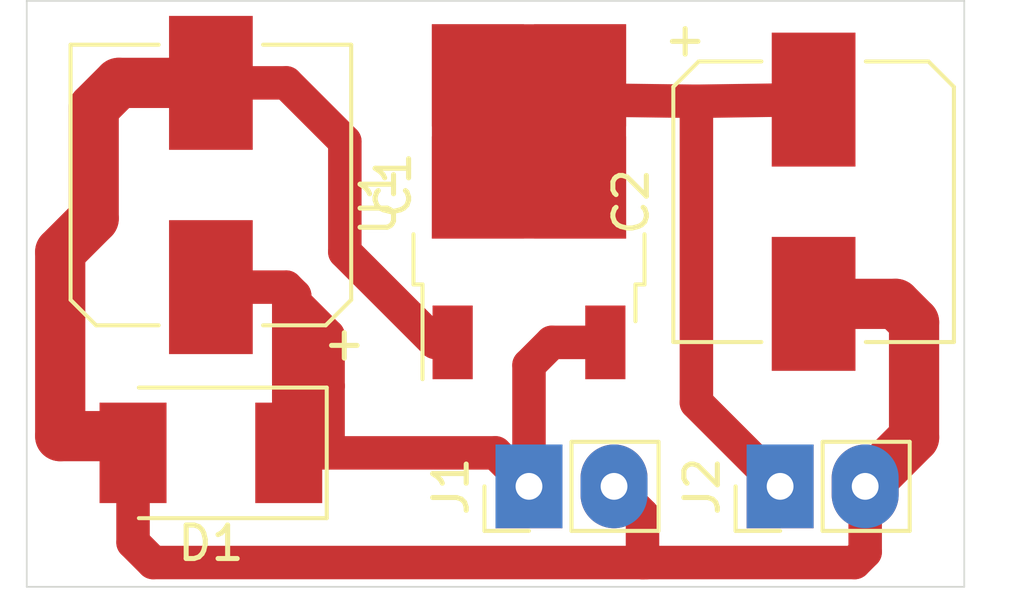
<source format=kicad_pcb>
(kicad_pcb (version 20171130) (host pcbnew "(5.1.5)-3")

  (general
    (thickness 1.6)
    (drawings 4)
    (tracks 51)
    (zones 0)
    (modules 6)
    (nets 4)
  )

  (page A4)
  (layers
    (0 F.Cu signal)
    (31 B.Cu signal)
    (32 B.Adhes user)
    (33 F.Adhes user)
    (34 B.Paste user)
    (35 F.Paste user)
    (36 B.SilkS user)
    (37 F.SilkS user)
    (38 B.Mask user)
    (39 F.Mask user)
    (40 Dwgs.User user)
    (41 Cmts.User user)
    (42 Eco1.User user)
    (43 Eco2.User user)
    (44 Edge.Cuts user)
    (45 Margin user)
    (46 B.CrtYd user)
    (47 F.CrtYd user)
    (48 B.Fab user)
    (49 F.Fab user)
  )

  (setup
    (last_trace_width 0.25)
    (user_trace_width 1)
    (user_trace_width 1.5)
    (user_trace_width 2)
    (user_trace_width 2.5)
    (trace_clearance 0.2)
    (zone_clearance 0.508)
    (zone_45_only no)
    (trace_min 0.2)
    (via_size 0.8)
    (via_drill 0.4)
    (via_min_size 0.4)
    (via_min_drill 0.3)
    (user_via 1 0.8)
    (user_via 1.5 0.8)
    (user_via 2 0.8)
    (uvia_size 0.3)
    (uvia_drill 0.1)
    (uvias_allowed no)
    (uvia_min_size 0.2)
    (uvia_min_drill 0.1)
    (edge_width 0.05)
    (segment_width 0.2)
    (pcb_text_width 0.3)
    (pcb_text_size 1.5 1.5)
    (mod_edge_width 0.12)
    (mod_text_size 1 1)
    (mod_text_width 0.15)
    (pad_size 2.5 2)
    (pad_drill 0.8)
    (pad_to_mask_clearance 0.051)
    (solder_mask_min_width 0.25)
    (aux_axis_origin 0 0)
    (visible_elements 7FFFFFFF)
    (pcbplotparams
      (layerselection 0x010fc_ffffffff)
      (usegerberextensions false)
      (usegerberattributes false)
      (usegerberadvancedattributes false)
      (creategerberjobfile false)
      (excludeedgelayer true)
      (linewidth 0.100000)
      (plotframeref false)
      (viasonmask false)
      (mode 1)
      (useauxorigin false)
      (hpglpennumber 1)
      (hpglpenspeed 20)
      (hpglpendiameter 15.000000)
      (psnegative false)
      (psa4output false)
      (plotreference true)
      (plotvalue true)
      (plotinvisibletext false)
      (padsonsilk false)
      (subtractmaskfromsilk false)
      (outputformat 1)
      (mirror false)
      (drillshape 0)
      (scaleselection 1)
      (outputdirectory "Gerber/"))
  )

  (net 0 "")
  (net 1 +5V)
  (net 2 GND)
  (net 3 "Net-(C2-Pad1)")

  (net_class Default "This is the default net class."
    (clearance 0.2)
    (trace_width 0.25)
    (via_dia 0.8)
    (via_drill 0.4)
    (uvia_dia 0.3)
    (uvia_drill 0.1)
    (add_net +5V)
    (add_net GND)
    (add_net "Net-(C2-Pad1)")
  )

  (module TO_SOT_Packages_SMD:TO-252-2 (layer F.Cu) (tedit 590079C0) (tstamp 5E8A2671)
    (at 151.5 84 90)
    (descr "TO-252 / DPAK SMD package, http://www.infineon.com/cms/en/product/packages/PG-TO252/PG-TO252-3-1/")
    (tags "DPAK TO-252 DPAK-3 TO-252-3 SOT-428")
    (path /5E8B60D3)
    (attr smd)
    (fp_text reference U1 (at 0 -4.5 90) (layer F.SilkS)
      (effects (font (size 1 1) (thickness 0.15)))
    )
    (fp_text value LM1117-3.3 (at 0 4.5 90) (layer F.Fab)
      (effects (font (size 1 1) (thickness 0.15)))
    )
    (fp_line (start 3.95 -2.7) (end 4.95 -2.7) (layer F.Fab) (width 0.1))
    (fp_line (start 4.95 -2.7) (end 4.95 2.7) (layer F.Fab) (width 0.1))
    (fp_line (start 4.95 2.7) (end 3.95 2.7) (layer F.Fab) (width 0.1))
    (fp_line (start 3.95 -3.25) (end 3.95 3.25) (layer F.Fab) (width 0.1))
    (fp_line (start 3.95 3.25) (end -2.27 3.25) (layer F.Fab) (width 0.1))
    (fp_line (start -2.27 3.25) (end -2.27 -2.25) (layer F.Fab) (width 0.1))
    (fp_line (start -2.27 -2.25) (end -1.27 -3.25) (layer F.Fab) (width 0.1))
    (fp_line (start -1.27 -3.25) (end 3.95 -3.25) (layer F.Fab) (width 0.1))
    (fp_line (start -1.865 -2.655) (end -4.97 -2.655) (layer F.Fab) (width 0.1))
    (fp_line (start -4.97 -2.655) (end -4.97 -1.905) (layer F.Fab) (width 0.1))
    (fp_line (start -4.97 -1.905) (end -2.27 -1.905) (layer F.Fab) (width 0.1))
    (fp_line (start -2.27 1.905) (end -4.97 1.905) (layer F.Fab) (width 0.1))
    (fp_line (start -4.97 1.905) (end -4.97 2.655) (layer F.Fab) (width 0.1))
    (fp_line (start -4.97 2.655) (end -2.27 2.655) (layer F.Fab) (width 0.1))
    (fp_line (start -0.97 -3.45) (end -2.47 -3.45) (layer F.SilkS) (width 0.12))
    (fp_line (start -2.47 -3.45) (end -2.47 -3.18) (layer F.SilkS) (width 0.12))
    (fp_line (start -2.47 -3.18) (end -5.3 -3.18) (layer F.SilkS) (width 0.12))
    (fp_line (start -0.97 3.45) (end -2.47 3.45) (layer F.SilkS) (width 0.12))
    (fp_line (start -2.47 3.45) (end -2.47 3.18) (layer F.SilkS) (width 0.12))
    (fp_line (start -2.47 3.18) (end -3.57 3.18) (layer F.SilkS) (width 0.12))
    (fp_line (start -5.55 -3.5) (end -5.55 3.5) (layer F.CrtYd) (width 0.05))
    (fp_line (start -5.55 3.5) (end 5.55 3.5) (layer F.CrtYd) (width 0.05))
    (fp_line (start 5.55 3.5) (end 5.55 -3.5) (layer F.CrtYd) (width 0.05))
    (fp_line (start 5.55 -3.5) (end -5.55 -3.5) (layer F.CrtYd) (width 0.05))
    (fp_text user %R (at 0 0 90) (layer F.Fab)
      (effects (font (size 1 1) (thickness 0.15)))
    )
    (pad 1 smd rect (at -4.2 -2.28 90) (size 2.2 1.2) (layers F.Cu F.Paste F.Mask)
      (net 2 GND))
    (pad 3 smd rect (at -4.2 2.28 90) (size 2.2 1.2) (layers F.Cu F.Paste F.Mask)
      (net 1 +5V))
    (pad 2 smd rect (at 2.1 0 90) (size 6.4 5.8) (layers F.Cu F.Mask)
      (net 3 "Net-(C2-Pad1)"))
    (pad 2 smd rect (at 3.775 1.525 90) (size 3.05 2.75) (layers F.Cu F.Paste)
      (net 3 "Net-(C2-Pad1)"))
    (pad 2 smd rect (at 0.425 -1.525 90) (size 3.05 2.75) (layers F.Cu F.Paste)
      (net 3 "Net-(C2-Pad1)"))
    (pad 2 smd rect (at 3.775 -1.525 90) (size 3.05 2.75) (layers F.Cu F.Paste)
      (net 3 "Net-(C2-Pad1)"))
    (pad 2 smd rect (at 0.425 1.525 90) (size 3.05 2.75) (layers F.Cu F.Paste)
      (net 3 "Net-(C2-Pad1)"))
    (model ${KISYS3DMOD}/TO_SOT_Packages_SMD.3dshapes/TO-252-2.wrl
      (at (xyz 0 0 0))
      (scale (xyz 1 1 1))
      (rotate (xyz 0 0 0))
    )
  )

  (module Socket_Strips:Socket_Strip_Straight_1x02_Pitch2.54mm (layer F.Cu) (tedit 5E8A30FB) (tstamp 5E8A2B66)
    (at 159 92.5 90)
    (descr "Through hole straight socket strip, 1x02, 2.54mm pitch, single row")
    (tags "Through hole socket strip THT 1x02 2.54mm single row")
    (path /5E8B9713)
    (fp_text reference J2 (at 0 -2.33 90) (layer F.SilkS)
      (effects (font (size 1 1) (thickness 0.15)))
    )
    (fp_text value 3.3V_DC (at 0 4.87 90) (layer F.Fab)
      (effects (font (size 1 1) (thickness 0.15)))
    )
    (fp_line (start -1.27 -1.27) (end -1.27 3.81) (layer F.Fab) (width 0.1))
    (fp_line (start -1.27 3.81) (end 1.27 3.81) (layer F.Fab) (width 0.1))
    (fp_line (start 1.27 3.81) (end 1.27 -1.27) (layer F.Fab) (width 0.1))
    (fp_line (start 1.27 -1.27) (end -1.27 -1.27) (layer F.Fab) (width 0.1))
    (fp_line (start -1.33 1.27) (end -1.33 3.87) (layer F.SilkS) (width 0.12))
    (fp_line (start -1.33 3.87) (end 1.33 3.87) (layer F.SilkS) (width 0.12))
    (fp_line (start 1.33 3.87) (end 1.33 1.27) (layer F.SilkS) (width 0.12))
    (fp_line (start 1.33 1.27) (end -1.33 1.27) (layer F.SilkS) (width 0.12))
    (fp_line (start -1.33 0) (end -1.33 -1.33) (layer F.SilkS) (width 0.12))
    (fp_line (start -1.33 -1.33) (end 0 -1.33) (layer F.SilkS) (width 0.12))
    (fp_line (start -1.8 -1.8) (end -1.8 4.35) (layer F.CrtYd) (width 0.05))
    (fp_line (start -1.8 4.35) (end 1.8 4.35) (layer F.CrtYd) (width 0.05))
    (fp_line (start 1.8 4.35) (end 1.8 -1.8) (layer F.CrtYd) (width 0.05))
    (fp_line (start 1.8 -1.8) (end -1.8 -1.8) (layer F.CrtYd) (width 0.05))
    (fp_text user %R (at 0 -2.33 90) (layer F.Fab)
      (effects (font (size 1 1) (thickness 0.15)))
    )
    (pad 1 thru_hole rect (at 0 0 90) (size 2.5 2) (drill 0.8) (layers *.Cu *.Mask)
      (net 3 "Net-(C2-Pad1)"))
    (pad 2 thru_hole oval (at 0 2.54 90) (size 2.5 2) (drill 0.8) (layers *.Cu *.Mask)
      (net 2 GND))
    (model ${KISYS3DMOD}/Socket_Strips.3dshapes/Socket_Strip_Straight_1x02_Pitch2.54mm.wrl
      (offset (xyz 0 -1.269999980926514 0))
      (scale (xyz 1 1 1))
      (rotate (xyz 0 0 270))
    )
  )

  (module Socket_Strips:Socket_Strip_Straight_1x02_Pitch2.54mm (layer F.Cu) (tedit 5E8A30DF) (tstamp 5E8A2BDF)
    (at 151.5 92.5 90)
    (descr "Through hole straight socket strip, 1x02, 2.54mm pitch, single row")
    (tags "Through hole socket strip THT 1x02 2.54mm single row")
    (path /5E8B914C)
    (fp_text reference J1 (at 0 -2.33 90) (layer F.SilkS)
      (effects (font (size 1 1) (thickness 0.15)))
    )
    (fp_text value 5V_DV (at 0 4.87 90) (layer F.Fab)
      (effects (font (size 1 1) (thickness 0.15)))
    )
    (fp_line (start -1.27 -1.27) (end -1.27 3.81) (layer F.Fab) (width 0.1))
    (fp_line (start -1.27 3.81) (end 1.27 3.81) (layer F.Fab) (width 0.1))
    (fp_line (start 1.27 3.81) (end 1.27 -1.27) (layer F.Fab) (width 0.1))
    (fp_line (start 1.27 -1.27) (end -1.27 -1.27) (layer F.Fab) (width 0.1))
    (fp_line (start -1.33 1.27) (end -1.33 3.87) (layer F.SilkS) (width 0.12))
    (fp_line (start -1.33 3.87) (end 1.33 3.87) (layer F.SilkS) (width 0.12))
    (fp_line (start 1.33 3.87) (end 1.33 1.27) (layer F.SilkS) (width 0.12))
    (fp_line (start 1.33 1.27) (end -1.33 1.27) (layer F.SilkS) (width 0.12))
    (fp_line (start -1.33 0) (end -1.33 -1.33) (layer F.SilkS) (width 0.12))
    (fp_line (start -1.33 -1.33) (end 0 -1.33) (layer F.SilkS) (width 0.12))
    (fp_line (start -1.8 -1.8) (end -1.8 4.35) (layer F.CrtYd) (width 0.05))
    (fp_line (start -1.8 4.35) (end 1.8 4.35) (layer F.CrtYd) (width 0.05))
    (fp_line (start 1.8 4.35) (end 1.8 -1.8) (layer F.CrtYd) (width 0.05))
    (fp_line (start 1.8 -1.8) (end -1.8 -1.8) (layer F.CrtYd) (width 0.05))
    (fp_text user %R (at 0 -2.33 90) (layer F.Fab)
      (effects (font (size 1 1) (thickness 0.15)))
    )
    (pad 1 thru_hole rect (at 0 0 90) (size 2.5 2) (drill 0.8) (layers *.Cu *.Mask)
      (net 1 +5V))
    (pad 2 thru_hole oval (at 0 2.54 90) (size 2.5 2) (drill 0.8) (layers *.Cu *.Mask)
      (net 2 GND))
    (model ${KISYS3DMOD}/Socket_Strips.3dshapes/Socket_Strip_Straight_1x02_Pitch2.54mm.wrl
      (offset (xyz 0 -1.269999980926514 0))
      (scale (xyz 1 1 1))
      (rotate (xyz 0 0 270))
    )
  )

  (module Diodes_SMD:D_2114 (layer F.Cu) (tedit 590CF38C) (tstamp 5E8A2668)
    (at 142 91.5 180)
    (descr "Diode SMD 2114, reflow soldering http://datasheets.avx.com/schottky.pdf")
    (tags "Diode 2114")
    (path /5E8B8763)
    (attr smd)
    (fp_text reference D1 (at 0 -2.7) (layer F.SilkS)
      (effects (font (size 1 1) (thickness 0.15)))
    )
    (fp_text value D (at 0 2.8) (layer F.Fab)
      (effects (font (size 1 1) (thickness 0.15)))
    )
    (fp_text user %R (at 0 -2.7) (layer F.Fab)
      (effects (font (size 1 1) (thickness 0.15)))
    )
    (fp_line (start -3.46 -1.95) (end -3.46 1.95) (layer F.SilkS) (width 0.12))
    (fp_line (start -2.6 1.8) (end -2.6 -1.8) (layer F.Fab) (width 0.1))
    (fp_line (start 2.6 -1.8) (end -2.6 -1.8) (layer F.Fab) (width 0.1))
    (fp_line (start -3.61 -2.1) (end 3.61 -2.1) (layer F.CrtYd) (width 0.05))
    (fp_line (start 3.61 -2.1) (end 3.61 2.1) (layer F.CrtYd) (width 0.05))
    (fp_line (start 3.61 2.1) (end -3.61 2.1) (layer F.CrtYd) (width 0.05))
    (fp_line (start -3.61 2.1) (end -3.61 -2.1) (layer F.CrtYd) (width 0.05))
    (fp_line (start -0.64944 0.00102) (end -1.55114 0.00102) (layer F.Fab) (width 0.1))
    (fp_line (start 0.50118 0.00102) (end 1.4994 0.00102) (layer F.Fab) (width 0.1))
    (fp_line (start -0.64944 -0.79908) (end -0.64944 0.80112) (layer F.Fab) (width 0.1))
    (fp_line (start 0.50118 0.75032) (end 0.50118 -0.79908) (layer F.Fab) (width 0.1))
    (fp_line (start -0.64944 0.00102) (end 0.50118 0.75032) (layer F.Fab) (width 0.1))
    (fp_line (start -0.64944 0.00102) (end 0.50118 -0.79908) (layer F.Fab) (width 0.1))
    (fp_line (start -3.46 1.95) (end 2.15 1.95) (layer F.SilkS) (width 0.12))
    (fp_line (start -3.46 -1.95) (end 2.15 -1.95) (layer F.SilkS) (width 0.12))
    (fp_line (start 2.6 1.8) (end -2.6 1.8) (layer F.Fab) (width 0.1))
    (fp_line (start 2.6 1.8) (end 2.6 -1.8) (layer F.Fab) (width 0.1))
    (pad 1 smd rect (at -2.325 0 180) (size 2 3) (layers F.Cu F.Paste F.Mask)
      (net 1 +5V))
    (pad 2 smd rect (at 2.325 0 180) (size 2 3) (layers F.Cu F.Paste F.Mask)
      (net 2 GND))
    (model ${KISYS3DMOD}/Diodes_SMD.3dshapes/D_2114.wrl
      (at (xyz 0 0 0))
      (scale (xyz 1 1 1))
      (rotate (xyz 0 0 0))
    )
  )

  (module Capacitors_SMD:CP_Elec_8x6.5 (layer F.Cu) (tedit 58AA8B9D) (tstamp 5E8A2665)
    (at 160 84 270)
    (descr "SMT capacitor, aluminium electrolytic, 8x6.5")
    (path /5E8B7FA8)
    (attr smd)
    (fp_text reference C2 (at 0 5.45 90) (layer F.SilkS)
      (effects (font (size 1 1) (thickness 0.15)))
    )
    (fp_text value CP_Small (at 0 -5.45 90) (layer F.Fab)
      (effects (font (size 1 1) (thickness 0.15)))
    )
    (fp_circle (center 0 0) (end 0.9 3.8) (layer F.Fab) (width 0.1))
    (fp_text user + (at -1.94 -0.06 90) (layer F.Fab)
      (effects (font (size 1 1) (thickness 0.15)))
    )
    (fp_text user + (at -4.79 3.91 90) (layer F.SilkS)
      (effects (font (size 1 1) (thickness 0.15)))
    )
    (fp_text user %R (at 0 5.45 90) (layer F.Fab)
      (effects (font (size 1 1) (thickness 0.15)))
    )
    (fp_line (start -4.19 -3.43) (end -4.19 -1.56) (layer F.SilkS) (width 0.12))
    (fp_line (start -4.19 3.43) (end -4.19 1.56) (layer F.SilkS) (width 0.12))
    (fp_line (start 4.19 4.19) (end 4.19 1.56) (layer F.SilkS) (width 0.12))
    (fp_line (start 4.19 -4.19) (end 4.19 -1.56) (layer F.SilkS) (width 0.12))
    (fp_line (start 4.04 4.04) (end 4.04 -4.04) (layer F.Fab) (width 0.1))
    (fp_line (start -3.37 4.04) (end 4.04 4.04) (layer F.Fab) (width 0.1))
    (fp_line (start -4.04 3.37) (end -3.37 4.04) (layer F.Fab) (width 0.1))
    (fp_line (start -4.04 -3.37) (end -4.04 3.37) (layer F.Fab) (width 0.1))
    (fp_line (start -3.37 -4.04) (end -4.04 -3.37) (layer F.Fab) (width 0.1))
    (fp_line (start 4.04 -4.04) (end -3.37 -4.04) (layer F.Fab) (width 0.1))
    (fp_line (start 4.19 4.19) (end -3.43 4.19) (layer F.SilkS) (width 0.12))
    (fp_line (start -3.43 4.19) (end -4.19 3.43) (layer F.SilkS) (width 0.12))
    (fp_line (start -4.19 -3.43) (end -3.43 -4.19) (layer F.SilkS) (width 0.12))
    (fp_line (start -3.43 -4.19) (end 4.19 -4.19) (layer F.SilkS) (width 0.12))
    (fp_line (start -5.3 -4.29) (end 5.3 -4.29) (layer F.CrtYd) (width 0.05))
    (fp_line (start -5.3 -4.29) (end -5.3 4.29) (layer F.CrtYd) (width 0.05))
    (fp_line (start 5.3 4.29) (end 5.3 -4.29) (layer F.CrtYd) (width 0.05))
    (fp_line (start 5.3 4.29) (end -5.3 4.29) (layer F.CrtYd) (width 0.05))
    (pad 1 smd rect (at -3.05 0 90) (size 4 2.5) (layers F.Cu F.Paste F.Mask)
      (net 3 "Net-(C2-Pad1)"))
    (pad 2 smd rect (at 3.05 0 90) (size 4 2.5) (layers F.Cu F.Paste F.Mask)
      (net 2 GND))
    (model Capacitors_SMD.3dshapes/CP_Elec_8x6.5.wrl
      (at (xyz 0 0 0))
      (scale (xyz 1 1 1))
      (rotate (xyz 0 0 180))
    )
  )

  (module Capacitors_SMD:CP_Elec_8x6.5 (layer F.Cu) (tedit 58AA8B9D) (tstamp 5E8A2662)
    (at 142 83.5 90)
    (descr "SMT capacitor, aluminium electrolytic, 8x6.5")
    (path /5E8B679B)
    (attr smd)
    (fp_text reference C1 (at 0 5.45 90) (layer F.SilkS)
      (effects (font (size 1 1) (thickness 0.15)))
    )
    (fp_text value CP_Small (at 0 -5.45 90) (layer F.Fab)
      (effects (font (size 1 1) (thickness 0.15)))
    )
    (fp_circle (center 0 0) (end 0.9 3.8) (layer F.Fab) (width 0.1))
    (fp_text user + (at -1.94 -0.06 90) (layer F.Fab)
      (effects (font (size 1 1) (thickness 0.15)))
    )
    (fp_text user + (at -4.79 3.91 90) (layer F.SilkS)
      (effects (font (size 1 1) (thickness 0.15)))
    )
    (fp_text user %R (at 0 5.45 90) (layer F.Fab)
      (effects (font (size 1 1) (thickness 0.15)))
    )
    (fp_line (start -4.19 -3.43) (end -4.19 -1.56) (layer F.SilkS) (width 0.12))
    (fp_line (start -4.19 3.43) (end -4.19 1.56) (layer F.SilkS) (width 0.12))
    (fp_line (start 4.19 4.19) (end 4.19 1.56) (layer F.SilkS) (width 0.12))
    (fp_line (start 4.19 -4.19) (end 4.19 -1.56) (layer F.SilkS) (width 0.12))
    (fp_line (start 4.04 4.04) (end 4.04 -4.04) (layer F.Fab) (width 0.1))
    (fp_line (start -3.37 4.04) (end 4.04 4.04) (layer F.Fab) (width 0.1))
    (fp_line (start -4.04 3.37) (end -3.37 4.04) (layer F.Fab) (width 0.1))
    (fp_line (start -4.04 -3.37) (end -4.04 3.37) (layer F.Fab) (width 0.1))
    (fp_line (start -3.37 -4.04) (end -4.04 -3.37) (layer F.Fab) (width 0.1))
    (fp_line (start 4.04 -4.04) (end -3.37 -4.04) (layer F.Fab) (width 0.1))
    (fp_line (start 4.19 4.19) (end -3.43 4.19) (layer F.SilkS) (width 0.12))
    (fp_line (start -3.43 4.19) (end -4.19 3.43) (layer F.SilkS) (width 0.12))
    (fp_line (start -4.19 -3.43) (end -3.43 -4.19) (layer F.SilkS) (width 0.12))
    (fp_line (start -3.43 -4.19) (end 4.19 -4.19) (layer F.SilkS) (width 0.12))
    (fp_line (start -5.3 -4.29) (end 5.3 -4.29) (layer F.CrtYd) (width 0.05))
    (fp_line (start -5.3 -4.29) (end -5.3 4.29) (layer F.CrtYd) (width 0.05))
    (fp_line (start 5.3 4.29) (end 5.3 -4.29) (layer F.CrtYd) (width 0.05))
    (fp_line (start 5.3 4.29) (end -5.3 4.29) (layer F.CrtYd) (width 0.05))
    (pad 1 smd rect (at -3.05 0 270) (size 4 2.5) (layers F.Cu F.Paste F.Mask)
      (net 1 +5V))
    (pad 2 smd rect (at 3.05 0 270) (size 4 2.5) (layers F.Cu F.Paste F.Mask)
      (net 2 GND))
    (model Capacitors_SMD.3dshapes/CP_Elec_8x6.5.wrl
      (at (xyz 0 0 0))
      (scale (xyz 1 1 1))
      (rotate (xyz 0 0 180))
    )
  )

  (gr_line (start 136.5 95.5) (end 136.5 78) (layer Edge.Cuts) (width 0.05) (tstamp 5E8A2B12))
  (gr_line (start 164.5 95.5) (end 136.5 95.5) (layer Edge.Cuts) (width 0.05))
  (gr_line (start 164.5 78) (end 164.5 95.5) (layer Edge.Cuts) (width 0.05))
  (gr_line (start 136.5 78) (end 164.5 78) (layer Edge.Cuts) (width 0.05))

  (segment (start 150.5 91.5) (end 151.5 92.5) (width 1) (layer F.Cu) (net 1))
  (segment (start 144.25 86.55) (end 144.5 86.8) (width 1) (layer F.Cu) (net 1))
  (segment (start 142 86.55) (end 144.25 86.55) (width 1) (layer F.Cu) (net 1))
  (segment (start 144.5 86.8) (end 144.325 86.975) (width 1) (layer F.Cu) (net 1))
  (segment (start 144.5 86.8) (end 144.5 87) (width 1) (layer F.Cu) (net 1))
  (segment (start 144.5 87) (end 145.5 88) (width 1) (layer F.Cu) (net 1))
  (segment (start 144.325 91.5) (end 145.5 91.5) (width 1) (layer F.Cu) (net 1))
  (segment (start 145.5 91.5) (end 150.5 91.5) (width 1) (layer F.Cu) (net 1))
  (segment (start 144.325 88.675) (end 145.175 88.675) (width 1) (layer F.Cu) (net 1))
  (segment (start 144.325 86.975) (end 144.325 88.675) (width 1) (layer F.Cu) (net 1))
  (segment (start 145.5 88.35) (end 145.175 88.675) (width 1) (layer F.Cu) (net 1))
  (segment (start 145.5 88) (end 145.5 88.35) (width 1) (layer F.Cu) (net 1))
  (segment (start 144.325 88.675) (end 145 88) (width 1) (layer F.Cu) (net 1))
  (segment (start 144.325 90.675) (end 145.5 89.5) (width 1) (layer F.Cu) (net 1))
  (segment (start 145.5 88) (end 145.5 89.5) (width 1) (layer F.Cu) (net 1))
  (segment (start 144.325 91.5) (end 144.325 90.675) (width 1) (layer F.Cu) (net 1))
  (segment (start 145.5 89.5) (end 145.5 91.5) (width 1) (layer F.Cu) (net 1))
  (segment (start 144.325 88.675) (end 144.325 91.5) (width 1) (layer F.Cu) (net 1))
  (segment (start 145.175 88.675) (end 145.175 89.325) (width 1) (layer F.Cu) (net 1))
  (segment (start 152.18 88.2) (end 153.78 88.2) (width 1) (layer F.Cu) (net 1))
  (segment (start 151.5 88.88) (end 152.18 88.2) (width 1) (layer F.Cu) (net 1))
  (segment (start 151.5 92.5) (end 151.5 88.88) (width 1) (layer F.Cu) (net 1))
  (segment (start 137.5 91) (end 139.175 91) (width 1.5) (layer F.Cu) (net 2))
  (segment (start 139.25 80.45) (end 138.5 81.2) (width 1.5) (layer F.Cu) (net 2))
  (segment (start 139.175 91) (end 139.675 91.5) (width 1.5) (layer F.Cu) (net 2))
  (segment (start 137.5 85.5) (end 137.5 91) (width 1.5) (layer F.Cu) (net 2))
  (segment (start 142 80.45) (end 139.25 80.45) (width 1.5) (layer F.Cu) (net 2))
  (segment (start 138.5 81.2) (end 138.5 84.5) (width 1.5) (layer F.Cu) (net 2))
  (segment (start 138.5 84.5) (end 137.5 85.5) (width 1.5) (layer F.Cu) (net 2))
  (segment (start 160 87.05) (end 162.45 87.05) (width 1.5) (layer F.Cu) (net 2))
  (segment (start 162.45 87.05) (end 163 87.6) (width 1.5) (layer F.Cu) (net 2))
  (segment (start 163 91.04) (end 161.54 92.5) (width 1.5) (layer F.Cu) (net 2))
  (segment (start 163 87.6) (end 163 91.04) (width 1.5) (layer F.Cu) (net 2))
  (segment (start 161.54 92.5) (end 161.54 94.46) (width 1) (layer F.Cu) (net 2))
  (segment (start 161.54 94.46) (end 161.22501 94.77499) (width 1) (layer F.Cu) (net 2))
  (segment (start 161.22501 94.77499) (end 140.27499 94.77499) (width 1) (layer F.Cu) (net 2))
  (segment (start 139.675 94.175) (end 139.675 91.5) (width 1) (layer F.Cu) (net 2))
  (segment (start 140.27499 94.77499) (end 139.675 94.175) (width 1) (layer F.Cu) (net 2))
  (segment (start 148.7 88.2) (end 149.22 88.2) (width 1) (layer F.Cu) (net 2))
  (segment (start 146 85.5) (end 148.7 88.2) (width 1) (layer F.Cu) (net 2))
  (segment (start 146 82.2) (end 146 85.5) (width 1) (layer F.Cu) (net 2))
  (segment (start 142 80.45) (end 144.25 80.45) (width 1) (layer F.Cu) (net 2))
  (segment (start 144.25 80.45) (end 146 82.2) (width 1) (layer F.Cu) (net 2))
  (segment (start 154.04 92.5) (end 154.889999 93.349999) (width 1) (layer F.Cu) (net 2))
  (segment (start 154.889999 94.77499) (end 155 94.77499) (width 1) (layer F.Cu) (net 2))
  (segment (start 154.889999 93.349999) (end 154.889999 94.77499) (width 1) (layer F.Cu) (net 2))
  (segment (start 152.45 80.95) (end 151.5 81.9) (width 1) (layer F.Cu) (net 3))
  (segment (start 156.5 90) (end 156.5 81) (width 1) (layer F.Cu) (net 3))
  (segment (start 159 92.5) (end 156.5 90) (width 1) (layer F.Cu) (net 3))
  (segment (start 160 80.95) (end 156.5 81) (width 1) (layer F.Cu) (net 3))
  (segment (start 156.5 81) (end 152.45 80.95) (width 1) (layer F.Cu) (net 3))

)

</source>
